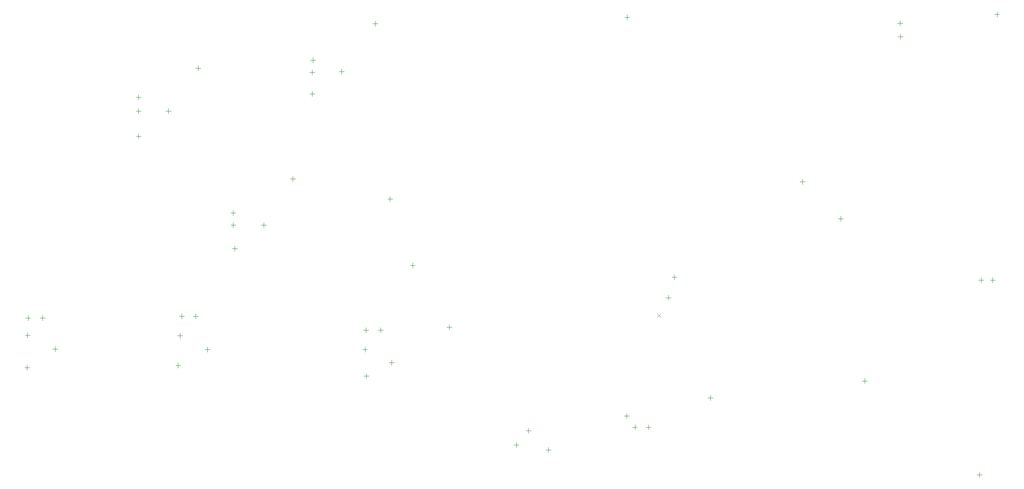
<source format=gbr>
%TF.GenerationSoftware,Altium Limited,Altium Designer,21.6.4 (81)*%
G04 Layer_Color=8388736*
%FSLAX43Y43*%
%MOMM*%
%TF.SameCoordinates,76D5CAF9-2094-4FD7-9A7B-915B2AFADFAF*%
%TF.FilePolarity,Positive*%
%TF.FileFunction,Other,Bottom_Component_Center*%
%TF.Part,Single*%
G01*
G75*
%TA.AperFunction,NonConductor*%
%ADD126C,0.100*%
D126*
X91464Y99588D02*
Y100588D01*
X90964Y100088D02*
X91964D01*
X126595Y109065D02*
X127595D01*
X127095Y108565D02*
Y109565D01*
X178875Y27800D02*
X179875D01*
X179375Y27300D02*
Y28300D01*
X181650Y27800D02*
X182650D01*
X182150Y27300D02*
Y28300D01*
X177710Y29525D02*
Y30525D01*
X177210Y30025D02*
X178210D01*
X185575Y53874D02*
X186575D01*
X186075Y53374D02*
Y54374D01*
X212625Y77175D02*
X213625D01*
X213125Y76675D02*
Y77675D01*
X134150Y60350D02*
X135150D01*
X134650Y59850D02*
Y60850D01*
X155500Y23713D02*
Y24713D01*
X155000Y24213D02*
X156000D01*
X161975Y22663D02*
Y23663D01*
X161475Y23163D02*
X162475D01*
X157450Y27063D02*
X158450D01*
X157950Y26563D02*
Y27563D01*
X187325Y57500D02*
Y58500D01*
X186825Y58000D02*
X187825D01*
X183914Y50614D02*
X184621Y49907D01*
X183914D02*
X184621Y50614D01*
X220300Y69775D02*
X221300D01*
X220800Y69275D02*
Y70275D01*
X225625Y36610D02*
Y37610D01*
X225125Y37110D02*
X226125D01*
X251775Y110925D02*
X252775D01*
X252275Y110425D02*
Y111425D01*
X194056Y33672D02*
X195056D01*
X194556Y33172D02*
Y34172D01*
X110475Y77275D02*
Y78275D01*
X109975Y77775D02*
X110975D01*
X98781Y63220D02*
Y64220D01*
X98281Y63720D02*
X99281D01*
X114432Y94367D02*
Y95367D01*
X113932Y94867D02*
X114932D01*
X120329Y98860D02*
Y99860D01*
X119829Y99360D02*
X120829D01*
X114577Y101165D02*
Y102165D01*
X114077Y101665D02*
X115077D01*
X114377Y98759D02*
Y99759D01*
X113877Y99259D02*
X114877D01*
X98516Y70415D02*
Y71415D01*
X98016Y70915D02*
X99016D01*
X98516Y68015D02*
Y69015D01*
X98016Y68515D02*
X99016D01*
X104641Y68015D02*
Y69015D01*
X104141Y68515D02*
X105141D01*
X78964Y94237D02*
X79964D01*
X79464Y93737D02*
Y94737D01*
X84964Y91437D02*
X85964D01*
X85464Y90937D02*
Y91937D01*
X78964Y91437D02*
X79964D01*
X79464Y90937D02*
Y91937D01*
X78964Y86388D02*
X79964D01*
X79464Y85888D02*
Y86888D01*
X251420Y56926D02*
Y57926D01*
X250920Y57426D02*
X251920D01*
X249071Y56912D02*
Y57912D01*
X248571Y57412D02*
X249571D01*
X232230Y109121D02*
X233230D01*
X232730Y108621D02*
Y109621D01*
X232345Y106391D02*
X233345D01*
X232845Y105891D02*
Y106891D01*
X177277Y110291D02*
X178277D01*
X177777Y109791D02*
Y110791D01*
X141975Y47400D02*
Y48400D01*
X141475Y47900D02*
X142475D01*
X130097Y73200D02*
Y74200D01*
X129597Y73700D02*
X130597D01*
X86924Y40189D02*
X87924D01*
X87424Y39689D02*
Y40689D01*
X129922Y40821D02*
X130922D01*
X130422Y40321D02*
Y41321D01*
X124722Y47321D02*
X125722D01*
X125222Y46821D02*
Y47821D01*
X125022Y42945D02*
Y43945D01*
X124522Y43445D02*
X125522D01*
X127672Y47321D02*
X128672D01*
X128172Y46821D02*
Y47821D01*
X87623Y50089D02*
X88623D01*
X88123Y49589D02*
Y50589D01*
X92823Y43440D02*
X93823D01*
X93323Y42940D02*
Y43940D01*
X87823Y45691D02*
Y46691D01*
X87323Y46191D02*
X88323D01*
X90423Y50089D02*
X91423D01*
X90923Y49589D02*
Y50589D01*
X62151Y43525D02*
X63151D01*
X62651Y43025D02*
Y44025D01*
X56706Y49769D02*
X57706D01*
X57206Y49269D02*
Y50269D01*
X57107Y45775D02*
Y46775D01*
X56607Y46275D02*
X57607D01*
X59651Y49769D02*
X60651D01*
X60151Y49269D02*
Y50269D01*
X124781Y38050D02*
X125781D01*
X125281Y37550D02*
Y38550D01*
X57028Y39285D02*
Y40285D01*
X56528Y39785D02*
X57528D01*
X248250Y18210D02*
X249250D01*
X248750Y17710D02*
Y18710D01*
%TF.MD5,9c63a7daa7d87a7391dd3d0f5f5e8411*%
M02*

</source>
